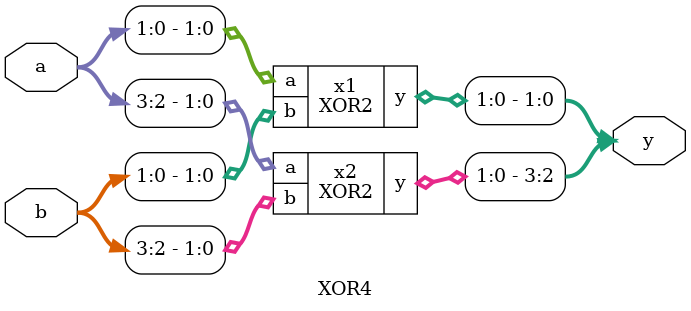
<source format=v>
module XOR(y,a,b);
output y;
input a,b;

wire p,q;
AND an(p,~a,b);
AND an2(q,a,~b);
or(y,p,q);

endmodule

module XOR2(y,a,b);
output [1:0]y;
input [1:0]a,b;

XOR x1(y[0],a[0],b[0]);
XOR x2(y[1],a[1],b[1]);
endmodule  

module XOR4(y,a,b);
output [3:0]y;
input [3:0]a,b;

XOR2 x1(y[1:0],a[1:0],b[1:0]);
XOR2 x2(y[3:2],a[3:2],b[3:2]);  

endmodule
</source>
